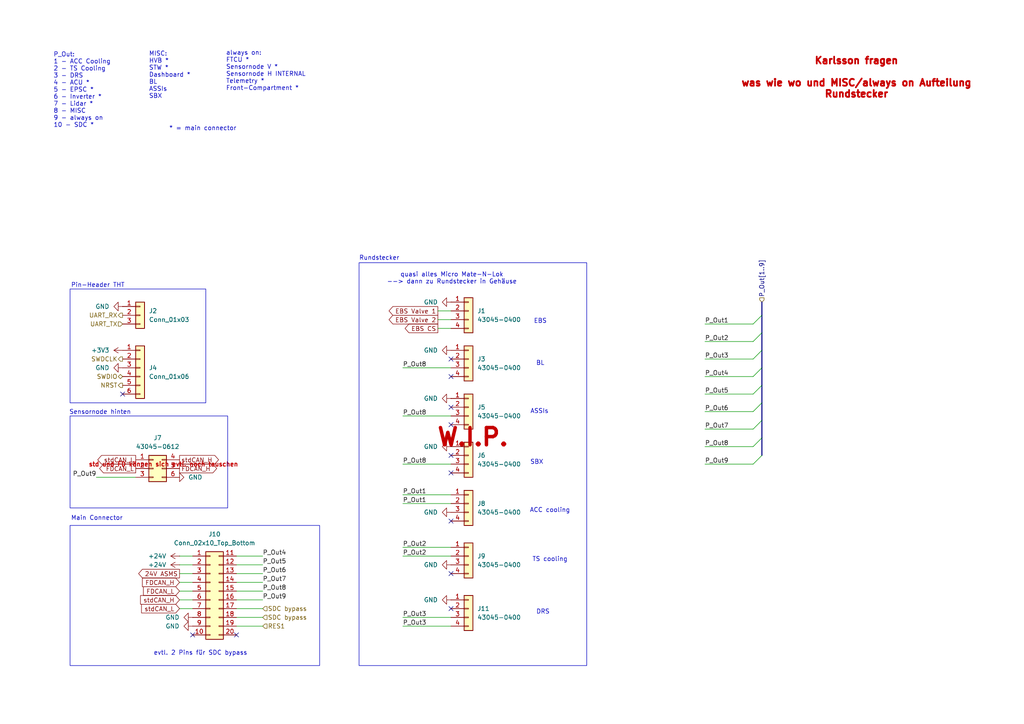
<source format=kicad_sch>
(kicad_sch (version 20231120) (generator "eeschema") (generator_version "8.0")
  (paper "A4")
  (title_block (title "PDU FT25") (date "2024-11-23") (rev "V1.1") (company "Janek Herm") (comment 1 "FaSTTUBe Electronics"))
  (lib_symbols
    (symbol "Connector_Generic:Conn_01x03" (pin_names (offset 1.016) hide)
      (property "Reference" "J" (at 0 5.08 0))
      (property "Value" "Conn_01x03" (at 0 -5.08 0))
      (symbol "Conn_01x03_1_1"
        (rectangle (start -1.27 -2.413) (end 0 -2.667) (stroke (width 0.1524)))
        (rectangle (start -1.27 0.127) (end 0 -0.127) (stroke (width 0.1524)))
        (rectangle (start -1.27 2.667) (end 0 2.413) (stroke (width 0.1524)))
        (rectangle (start -1.27 3.81) (end 1.27 -3.81) (stroke (width 0.254)) (fill (type background)))
        (pin passive line (at -5.08 2.54 0) (length 3.81) (name "Pin_1") (number "1"))
        (pin passive line (at -5.08 0 0) (length 3.81) (name "Pin_2") (number "2"))
        (pin passive line (at -5.08 -2.54 0) (length 3.81) (name "Pin_3") (number "3"))
      )
    )
    (symbol "Connector_Generic:Conn_01x04" (pin_names (offset 1.016) hide)
      (property "Reference" "J" (at 0 5.08 0))
      (property "Value" "Conn_01x04" (at 0 -7.62 0))
      (symbol "Conn_01x04_1_1"
        (rectangle (start -1.27 -4.953) (end 0 -5.207) (stroke (width 0.1524)))
        (rectangle (start -1.27 -2.413) (end 0 -2.667) (stroke (width 0.1524)))
        (rectangle (start -1.27 0.127) (end 0 -0.127) (stroke (width 0.1524)))
        (rectangle (start -1.27 2.667) (end 0 2.413) (stroke (width 0.1524)))
        (rectangle (start -1.27 3.81) (end 1.27 -6.35) (stroke (width 0.254)) (fill (type background)))
        (pin passive line (at -5.08 2.54 0) (length 3.81) (name "Pin_1") (number "1"))
        (pin passive line (at -5.08 0 0) (length 3.81) (name "Pin_2") (number "2"))
        (pin passive line (at -5.08 -2.54 0) (length 3.81) (name "Pin_3") (number "3"))
        (pin passive line (at -5.08 -5.08 0) (length 3.81) (name "Pin_4") (number "4"))
      )
    )
    (symbol "Connector_Generic:Conn_01x06" (pin_names (offset 1.016) hide)
      (property "Reference" "J" (at 0 7.62 0))
      (property "Value" "Conn_01x06" (at 0 -10.16 0))
      (symbol "Conn_01x06_1_1"
        (rectangle (start -1.27 -7.493) (end 0 -7.747) (stroke (width 0.1524)))
        (rectangle (start -1.27 -4.953) (end 0 -5.207) (stroke (width 0.1524)))
        (rectangle (start -1.27 -2.413) (end 0 -2.667) (stroke (width 0.1524)))
        (rectangle (start -1.27 0.127) (end 0 -0.127) (stroke (width 0.1524)))
        (rectangle (start -1.27 2.667) (end 0 2.413) (stroke (width 0.1524)))
        (rectangle (start -1.27 5.207) (end 0 4.953) (stroke (width 0.1524)))
        (rectangle (start -1.27 6.35) (end 1.27 -8.89) (stroke (width 0.254)) (fill (type background)))
        (pin passive line (at -5.08 5.08 0) (length 3.81) (name "Pin_1") (number "1"))
        (pin passive line (at -5.08 2.54 0) (length 3.81) (name "Pin_2") (number "2"))
        (pin passive line (at -5.08 0 0) (length 3.81) (name "Pin_3") (number "3"))
        (pin passive line (at -5.08 -2.54 0) (length 3.81) (name "Pin_4") (number "4"))
        (pin passive line (at -5.08 -5.08 0) (length 3.81) (name "Pin_5") (number "5"))
        (pin passive line (at -5.08 -7.62 0) (length 3.81) (name "Pin_6") (number "6"))
      )
    )
    (symbol "Connector_Generic:Conn_02x03_Top_Bottom" (pin_names (offset 1.016) hide)
      (property "Reference" "J" (at 1.27 5.08 0))
      (property "Value" "Conn_02x03_Top_Bottom" (at 1.27 -5.08 0))
      (symbol "Conn_02x03_Top_Bottom_1_1"
        (rectangle (start -1.27 -2.413) (end 0 -2.667) (stroke (width 0.1524)))
        (rectangle (start -1.27 0.127) (end 0 -0.127) (stroke (width 0.1524)))
        (rectangle (start -1.27 2.667) (end 0 2.413) (stroke (width 0.1524)))
        (rectangle (start -1.27 3.81) (end 3.81 -3.81) (stroke (width 0.254)) (fill (type background)))
        (rectangle (start 3.81 -2.413) (end 2.54 -2.667) (stroke (width 0.1524)))
        (rectangle (start 3.81 0.127) (end 2.54 -0.127) (stroke (width 0.1524)))
        (rectangle (start 3.81 2.667) (end 2.54 2.413) (stroke (width 0.1524)))
        (pin passive line (at -5.08 2.54 0) (length 3.81) (name "Pin_1") (number "1"))
        (pin passive line (at -5.08 0 0) (length 3.81) (name "Pin_2") (number "2"))
        (pin passive line (at -5.08 -2.54 0) (length 3.81) (name "Pin_3") (number "3"))
        (pin passive line (at 7.62 2.54 180) (length 3.81) (name "Pin_4") (number "4"))
        (pin passive line (at 7.62 0 180) (length 3.81) (name "Pin_5") (number "5"))
        (pin passive line (at 7.62 -2.54 180) (length 3.81) (name "Pin_6") (number "6"))
      )
    )
    (symbol "Connector_Generic:Conn_02x10_Top_Bottom" (pin_names (offset 1.016) hide)
      (property "Reference" "J" (at 1.27 12.7 0))
      (property "Value" "Conn_02x10_Top_Bottom" (at 1.27 -15.24 0))
      (symbol "Conn_02x10_Top_Bottom_1_1"
        (rectangle (start -1.27 -12.573) (end 0 -12.827) (stroke (width 0.1524)))
        (rectangle (start -1.27 -10.033) (end 0 -10.287) (stroke (width 0.1524)))
        (rectangle (start -1.27 -7.493) (end 0 -7.747) (stroke (width 0.1524)))
        (rectangle (start -1.27 -4.953) (end 0 -5.207) (stroke (width 0.1524)))
        (rectangle (start -1.27 -2.413) (end 0 -2.667) (stroke (width 0.1524)))
        (rectangle (start -1.27 0.127) (end 0 -0.127) (stroke (width 0.1524)))
        (rectangle (start -1.27 2.667) (end 0 2.413) (stroke (width 0.1524)))
        (rectangle (start -1.27 5.207) (end 0 4.953) (stroke (width 0.1524)))
        (rectangle (start -1.27 7.747) (end 0 7.493) (stroke (width 0.1524)))
        (rectangle (start -1.27 10.287) (end 0 10.033) (stroke (width 0.1524)))
        (rectangle (start -1.27 11.43) (end 3.81 -13.97) (stroke (width 0.254)) (fill (type background)))
        (rectangle (start 3.81 -12.573) (end 2.54 -12.827) (stroke (width 0.1524)))
        (rectangle (start 3.81 -10.033) (end 2.54 -10.287) (stroke (width 0.1524)))
        (rectangle (start 3.81 -7.493) (end 2.54 -7.747) (stroke (width 0.1524)))
        (rectangle (start 3.81 -4.953) (end 2.54 -5.207) (stroke (width 0.1524)))
        (rectangle (start 3.81 -2.413) (end 2.54 -2.667) (stroke (width 0.1524)))
        (rectangle (start 3.81 0.127) (end 2.54 -0.127) (stroke (width 0.1524)))
        (rectangle (start 3.81 2.667) (end 2.54 2.413) (stroke (width 0.1524)))
        (rectangle (start 3.81 5.207) (end 2.54 4.953) (stroke (width 0.1524)))
        (rectangle (start 3.81 7.747) (end 2.54 7.493) (stroke (width 0.1524)))
        (rectangle (start 3.81 10.287) (end 2.54 10.033) (stroke (width 0.1524)))
        (pin passive line (at -5.08 10.16 0) (length 3.81) (name "Pin_1") (number "1"))
        (pin passive line (at -5.08 -12.7 0) (length 3.81) (name "Pin_10") (number "10"))
        (pin passive line (at 7.62 10.16 180) (length 3.81) (name "Pin_11") (number "11"))
        (pin passive line (at 7.62 7.62 180) (length 3.81) (name "Pin_12") (number "12"))
        (pin passive line (at 7.62 5.08 180) (length 3.81) (name "Pin_13") (number "13"))
        (pin passive line (at 7.62 2.54 180) (length 3.81) (name "Pin_14") (number "14"))
        (pin passive line (at 7.62 0 180) (length 3.81) (name "Pin_15") (number "15"))
        (pin passive line (at 7.62 -2.54 180) (length 3.81) (name "Pin_16") (number "16"))
        (pin passive line (at 7.62 -5.08 180) (length 3.81) (name "Pin_17") (number "17"))
        (pin passive line (at 7.62 -7.62 180) (length 3.81) (name "Pin_18") (number "18"))
        (pin passive line (at 7.62 -10.16 180) (length 3.81) (name "Pin_19") (number "19"))
        (pin passive line (at -5.08 7.62 0) (length 3.81) (name "Pin_2") (number "2"))
        (pin passive line (at 7.62 -12.7 180) (length 3.81) (name "Pin_20") (number "20"))
        (pin passive line (at -5.08 5.08 0) (length 3.81) (name "Pin_3") (number "3"))
        (pin passive line (at -5.08 2.54 0) (length 3.81) (name "Pin_4") (number "4"))
        (pin passive line (at -5.08 0 0) (length 3.81) (name "Pin_5") (number "5"))
        (pin passive line (at -5.08 -2.54 0) (length 3.81) (name "Pin_6") (number "6"))
        (pin passive line (at -5.08 -5.08 0) (length 3.81) (name "Pin_7") (number "7"))
        (pin passive line (at -5.08 -7.62 0) (length 3.81) (name "Pin_8") (number "8"))
        (pin passive line (at -5.08 -10.16 0) (length 3.81) (name "Pin_9") (number "9"))
      )
    )
    (symbol "power:+24V" (power) (pin_numbers hide) (pin_names (offset 0) hide)
      (property "Value" "+24V" (at 0 3.556 0))
      (symbol "+24V_0_1"
        (polyline (pts (xy -0.762 1.27) (xy 0 2.54)))
        (polyline (pts (xy 0 0) (xy 0 2.54)))
        (polyline (pts (xy 0 2.54) (xy 0.762 1.27)))
      )
      (symbol "+24V_1_1"
        (pin power_in line (at 0 0 90) (length 0) (name "~") (number "1"))
      )
    )
    (symbol "power:+3.3V" (power) (pin_numbers hide) (pin_names (offset 0) hide)
      (property "Value" "+3.3V" (at 0 3.556 0))
      (symbol "+3.3V_0_1"
        (polyline (pts (xy -0.762 1.27) (xy 0 2.54)))
        (polyline (pts (xy 0 0) (xy 0 2.54)))
        (polyline (pts (xy 0 2.54) (xy 0.762 1.27)))
      )
      (symbol "+3.3V_1_1"
        (pin power_in line (at 0 0 90) (length 0) (name "~") (number "1"))
      )
    )
    (symbol "power:GND" (power) (pin_numbers hide) (pin_names (offset 0) hide)
      (property "Value" "GND" (at 0 -3.81 0))
      (symbol "GND_0_1"
        (polyline (pts (xy 0 0) (xy 0 -1.27) (xy 1.27 -1.27) (xy 0 -2.54) (xy -1.27 -1.27) (xy 0 -1.27)))
      )
      (symbol "GND_1_1"
        (pin power_in line (at 0 0 270) (length 0) (name "~") (number "1"))
      )
    )
  )
  (no_connect (at 130.81 132.08))
  (no_connect (at 130.81 109.22))
  (no_connect (at 130.81 104.14))
  (no_connect (at 35.56 114.3))
  (no_connect (at 130.81 176.53))
  (no_connect (at 130.81 118.11))
  (no_connect (at 130.81 137.16))
  (no_connect (at 130.81 151.13))
  (no_connect (at 130.81 166.37))
  (no_connect (at 55.88 184.15))
  (no_connect (at 68.58 184.15))
  (no_connect (at 130.81 123.19))
  (bus_entry (at 218.44 109.22) (size 2.54 -2.54))
  (bus_entry (at 218.44 99.06) (size 2.54 -2.54))
  (bus_entry (at 218.44 129.54) (size 2.54 -2.54))
  (bus_entry (at 218.44 134.62) (size 2.54 -2.54))
  (bus_entry (at 218.44 119.38) (size 2.54 -2.54))
  (bus_entry (at 218.44 93.98) (size 2.54 -2.54))
  (bus_entry (at 218.44 114.3) (size 2.54 -2.54))
  (bus_entry (at 218.44 104.14) (size 2.54 -2.54))
  (bus_entry (at 218.44 124.46) (size 2.54 -2.54))
  (wire (pts (xy 116.84 146.05) (xy 130.81 146.05)))
  (bus (pts (xy 220.98 121.92) (xy 220.98 127)))
  (wire (pts (xy 52.07 161.29) (xy 55.88 161.29)))
  (bus (pts (xy 220.98 127) (xy 220.98 132.08)))
  (wire (pts (xy 116.84 161.29) (xy 130.81 161.29)))
  (wire (pts (xy 204.47 134.62) (xy 218.44 134.62)))
  (wire (pts (xy 52.07 176.53) (xy 55.88 176.53)))
  (wire (pts (xy 127 95.25) (xy 130.81 95.25)))
  (wire (pts (xy 68.58 166.37) (xy 76.2 166.37)))
  (wire (pts (xy 204.47 129.54) (xy 218.44 129.54)))
  (bus (pts (xy 220.98 116.84) (xy 220.98 121.92)))
  (wire (pts (xy 204.47 119.38) (xy 218.44 119.38)))
  (wire (pts (xy 204.47 114.3) (xy 218.44 114.3)))
  (bus (pts (xy 220.98 101.6) (xy 220.98 106.68)))
  (wire (pts (xy 204.47 99.06) (xy 218.44 99.06)))
  (wire (pts (xy 204.47 124.46) (xy 218.44 124.46)))
  (wire (pts (xy 116.84 181.61) (xy 130.81 181.61)))
  (bus (pts (xy 220.98 111.76) (xy 220.98 116.84)))
  (wire (pts (xy 68.58 179.07) (xy 76.2 179.07)))
  (wire (pts (xy 116.84 143.51) (xy 130.81 143.51)))
  (wire (pts (xy 204.47 109.22) (xy 218.44 109.22)))
  (wire (pts (xy 116.84 179.07) (xy 130.81 179.07)))
  (wire (pts (xy 52.07 163.83) (xy 55.88 163.83)))
  (wire (pts (xy 68.58 171.45) (xy 76.2 171.45)))
  (bus (pts (xy 220.98 87.63) (xy 220.98 91.44)))
  (wire (pts (xy 52.07 166.37) (xy 55.88 166.37)))
  (bus (pts (xy 220.98 91.44) (xy 220.98 96.52)))
  (wire (pts (xy 204.47 104.14) (xy 218.44 104.14)))
  (wire (pts (xy 130.81 134.62) (xy 116.84 134.62)))
  (wire (pts (xy 68.58 168.91) (xy 76.2 168.91)))
  (bus (pts (xy 220.98 96.52) (xy 220.98 101.6)))
  (wire (pts (xy 68.58 163.83) (xy 76.2 163.83)))
  (wire (pts (xy 27.94 138.43) (xy 39.37 138.43)))
  (wire (pts (xy 52.07 173.99) (xy 55.88 173.99)))
  (wire (pts (xy 68.58 161.29) (xy 76.2 161.29)))
  (bus (pts (xy 220.98 106.68) (xy 220.98 111.76)))
  (wire (pts (xy 127 92.71) (xy 130.81 92.71)))
  (wire (pts (xy 127 90.17) (xy 130.81 90.17)))
  (wire (pts (xy 68.58 173.99) (xy 76.2 173.99)))
  (wire (pts (xy 52.07 171.45) (xy 55.88 171.45)))
  (wire (pts (xy 68.58 176.53) (xy 76.2 176.53)))
  (wire (pts (xy 116.84 106.68) (xy 130.81 106.68)))
  (wire (pts (xy 116.84 120.65) (xy 130.81 120.65)))
  (wire (pts (xy 204.47 93.98) (xy 218.44 93.98)))
  (wire (pts (xy 68.58 181.61) (xy 76.2 181.61)))
  (wire (pts (xy 116.84 158.75) (xy 130.81 158.75)))
  (wire (pts (xy 52.07 168.91) (xy 55.88 168.91)))
  (wire (pts (xy 50.8 138.43) (xy 52.07 138.43)))
  (rectangle (start 20.32 83.82) (end 59.69 116.84))
  (rectangle (start 104.14 76.2) (end 170.18 193.04))
  (rectangle (start 20.32 152.4) (end 92.71 193.04))
  (rectangle (start 20.32 120.65) (end 66.04 147.32))
  (text "* = main connector" (at 49.022 37.338 0) (effects (font (size 1.27 1.27)) (justify left)))
  (text "DRS" (at 157.48 177.546 0) (effects (font (size 1.27 1.27))))
  (text "ASSIs" (at 156.464 119.38 0) (effects (font (size 1.27 1.27))))
  (text "Pin-Header THT" (at 20.574 82.804 0) (effects (font (size 1.27 1.27)) (justify left)))
  (text "W.I.P." (at 137.16 127 0) (effects (font (size 5 5) (thickness 1) (bold yes))))
  (text "quasi alles Micro Mate-N-Lok\n--> dann zu Rundstecker in Gehäuse" (at 131.064 80.772 0) (effects (font (size 1.27 1.27) (thickness 0.1588))))
  (text "Sensornode hinten" (at 20.066 119.634 0) (effects (font (size 1.27 1.27)) (justify left)))
  (text "Rundstecker" (at 104.14 74.93 0) (effects (font (size 1.27 1.27)) (justify left)))
  (text "Karlsson fragen\n\nwas wie wo und MISC/always on Aufteilung\nRundstecker" (at 248.412 22.606 0) (effects (font (size 2 2) (thickness 0.7) (bold yes))))
  (text "Main Connector" (at 20.574 150.368 0) (effects (font (size 1.27 1.27)) (justify left)))
  (text "SBX" (at 155.702 134.112 0) (effects (font (size 1.27 1.27))))
  (text "evtl. 2 Pins für SDC bypass" (at 58.166 189.484 0) (effects (font (size 1.27 1.27))))
  (text "EBS" (at 156.718 93.218 0) (effects (font (size 1.27 1.27))))
  (text "MISC:\nHVB *\nSTW *\nDashboard *\nBL\nASSIs\nSBX" (at 43.18 21.844 0) (effects (font (size 1.27 1.27)) (justify left)))
  (text "TS cooling" (at 159.512 162.306 0) (effects (font (size 1.27 1.27))))
  (text "std und FD können sich evtl. noch tauschen" (at 25.654 134.874 0) (effects (font (size 1.27 1.27) (thickness 0.254) (bold yes)) (justify left)))
  (text "P_Out:\n1 - ACC Cooling \n2 - TS Cooling\n3 - DRS\n4 - ACU *\n5 - EPSC *\n6 - Inverter *\n7 - Lidar *\n8 - MISC\n9 - always on\n10 - SDC *" (at 15.494 26.162 0) (effects (font (size 1.27 1.27)) (justify left)))
  (text "BL" (at 156.718 105.41 0) (effects (font (size 1.27 1.27))))
  (text "ACC cooling" (at 159.512 148.082 0) (effects (font (size 1.27 1.27))))
  (text "always on:\nFTCU *\nSensornode V *\nSensornode H INTERNAL\nTelemetry * \nFront-Compartment *" (at 65.532 20.574 0) (effects (font (size 1.27 1.27)) (justify left)))
  (label "P_Out7" (at 76.2 168.91 0))
  (label "P_Out3" (at 204.47 104.14 0))
  (label "P_Out1" (at 204.47 93.98 0))
  (label "P_Out8" (at 204.47 129.54 0))
  (label "P_Out8" (at 116.84 120.65 0))
  (label "P_Out1" (at 116.84 143.51 0))
  (label "P_Out9" (at 204.47 134.62 0))
  (label "P_Out8" (at 116.84 106.68 0))
  (label "P_Out5" (at 204.47 114.3 0))
  (label "P_Out9" (at 76.2 173.99 0))
  (label "P_Out2" (at 204.47 99.06 0))
  (label "P_Out3" (at 116.84 181.61 0))
  (label "P_Out9" (at 27.94 138.43 180))
  (label "P_Out8" (at 76.2 171.45 0))
  (label "P_Out6" (at 76.2 166.37 0))
  (label "P_Out2" (at 116.84 161.29 0))
  (label "P_Out4" (at 76.2 161.29 0))
  (label "P_Out5" (at 76.2 163.83 0))
  (label "P_Out7" (at 204.47 124.46 0))
  (label "P_Out1" (at 116.84 146.05 0))
  (label "P_Out8" (at 116.84 134.62 0))
  (label "P_Out3" (at 116.84 179.07 0))
  (label "P_Out2" (at 116.84 158.75 0))
  (label "P_Out4" (at 204.47 109.22 0))
  (label "P_Out6" (at 204.47 119.38 0))
  (global_label "stdCAN_H" (shape output) (at 52.07 133.35 0) (property "Intersheetrefs" "${INTERSHEET_REFS}" (effects (hide yes))))
  (global_label "24V ASMS" (shape output) (at 52.07 166.37 180) (property "Intersheetrefs" "${INTERSHEET_REFS}" (effects (hide yes))))
  (global_label "FDCAN_H" (shape output) (at 52.07 135.89 0) (property "Intersheetrefs" "${INTERSHEET_REFS}" (effects (hide yes))))
  (global_label "stdCAN_L" (shape input) (at 52.07 176.53 180) (property "Intersheetrefs" "${INTERSHEET_REFS}" (effects (hide yes))))
  (global_label "FDCAN_L" (shape output) (at 39.37 135.89 180) (property "Intersheetrefs" "${INTERSHEET_REFS}" (effects (hide yes))))
  (global_label "FDCAN_L" (shape input) (at 52.07 171.45 180) (property "Intersheetrefs" "${INTERSHEET_REFS}" (effects (hide yes))))
  (global_label "stdCAN_H" (shape input) (at 52.07 173.99 180) (property "Intersheetrefs" "${INTERSHEET_REFS}" (effects (hide yes))))
  (global_label "EBS CS" (shape output) (at 127 95.25 180) (property "Intersheetrefs" "${INTERSHEET_REFS}" (effects (hide yes))))
  (global_label "EBS Valve 2" (shape output) (at 127 92.71 180) (property "Intersheetrefs" "${INTERSHEET_REFS}" (effects (hide yes))))
  (global_label "stdCAN_L" (shape output) (at 39.37 133.35 180) (property "Intersheetrefs" "${INTERSHEET_REFS}" (effects (hide yes))))
  (global_label "EBS Valve 1" (shape output) (at 127 90.17 180) (property "Intersheetrefs" "${INTERSHEET_REFS}" (effects (hide yes))))
  (global_label "FDCAN_H" (shape input) (at 52.07 168.91 180) (property "Intersheetrefs" "${INTERSHEET_REFS}" (effects (hide yes))))
  (hierarchical_label "P_Out[1..9]" (shape input) (at 220.98 87.63 90) (effects (font (thickness 0.1588))))
  (hierarchical_label "SWDIO" (shape bidirectional) (at 35.56 109.22 180) (effects (font (thickness 0.1588))))
  (hierarchical_label "RES1" (shape input) (at 76.2 181.61 0))
  (hierarchical_label "UART_TX" (shape input) (at 35.56 93.98 180))
  (hierarchical_label "SDC bypass" (shape input) (at 76.2 176.53 0))
  (hierarchical_label "NRST" (shape output) (at 35.56 111.76 180) (effects (font (thickness 0.1588))))
  (hierarchical_label "SWDCLK" (shape output) (at 35.56 104.14 180))
  (hierarchical_label "UART_RX" (shape output) (at 35.56 91.44 180))
  (hierarchical_label "SDC bypass" (shape input) (at 76.2 179.07 0))
  (symbol (lib_id "Connector_Generic:Conn_01x04") (at 135.89 90.17 0) (unit 1)
    (property "Reference" "J1" (at 138.43 90.1699 0) (effects (justify left)))
    (property "Value" "43045-0400" (at 138.43 92.7099 0) (effects (justify left)))
    (property "Footprint" "43045-0400:43045-04_00,01,02,10_" (effects (hide yes)))
    (property "Description" "Generic connector, single row, 01x04, script generated (kicad-library-utils/schlib/autogen/connector/)" (effects (hide yes)))
  )
  (symbol (lib_id "power:GND") (at 55.88 179.07 270) (unit 1)
    (property "Reference" "#PWR044" (effects (hide yes)))
    (property "Value" "GND" (at 52.07 179.0699 90) (effects (justify right)))
    (property "Description" "Power symbol creates a global label with name \"GND\" , ground" (effects (hide yes)))
  )
  (symbol (lib_id "power:GND") (at 130.81 173.99 270) (unit 1)
    (property "Reference" "#PWR043" (effects (hide yes)))
    (property "Value" "GND" (at 127 173.9899 90) (effects (justify right)))
    (property "Description" "Power symbol creates a global label with name \"GND\" , ground" (effects (hide yes)))
  )
  (symbol (lib_id "power:GND") (at 130.81 129.54 270) (unit 1)
    (property "Reference" "#PWR039" (effects (hide yes)))
    (property "Value" "GND" (at 127 129.5399 90) (effects (justify right)))
    (property "Description" "Power symbol creates a global label with name \"GND\" , ground" (effects (hide yes)))
  )
  (symbol (lib_id "power:+3.3V") (at 35.56 101.6 90) (unit 1)
    (property "Reference" "#PWR035" (effects (hide yes)))
    (property "Value" "+3V3" (at 31.75 101.5999 90) (effects (justify left)))
    (property "Description" "Power symbol creates a global label with name \"+3.3V\"" (effects (hide yes)))
  )
  (symbol (lib_id "Connector_Generic:Conn_01x04") (at 135.89 132.08 0) (unit 1)
    (property "Reference" "J6" (at 138.43 132.0799 0) (effects (justify left)))
    (property "Value" "43045-0400" (at 138.43 134.6199 0) (effects (justify left)))
    (property "Footprint" "43045-0400:43045-04_00,01,02,10_" (effects (hide yes)))
    (property "Description" "Generic connector, single row, 01x04, script generated (kicad-library-utils/schlib/autogen/connector/)" (effects (hide yes)))
  )
  (symbol (lib_id "power:+24V") (at 52.07 161.29 90) (unit 1)
    (property "Reference" "#PWR0195" (effects (hide yes)))
    (property "Value" "+24V" (at 48.26 161.2899 90) (effects (justify left)))
    (property "Description" "Power symbol creates a global label with name \"+24V\"" (effects (hide yes)))
  )
  (symbol (lib_id "power:+24V") (at 52.07 163.83 90) (unit 1)
    (property "Reference" "#PWR0196" (effects (hide yes)))
    (property "Value" "+24V" (at 48.26 163.8299 90) (effects (justify left)))
    (property "Description" "Power symbol creates a global label with name \"+24V\"" (effects (hide yes)))
  )
  (symbol (lib_id "Connector_Generic:Conn_01x04") (at 135.89 146.05 0) (unit 1)
    (property "Reference" "J8" (at 138.43 146.0499 0) (effects (justify left)))
    (property "Value" "43045-0400" (at 138.43 148.5899 0) (effects (justify left)))
    (property "Footprint" "43045-0400:43045-04_00,01,02,10_" (effects (hide yes)))
    (property "Description" "Generic connector, single row, 01x04, script generated (kicad-library-utils/schlib/autogen/connector/)" (effects (hide yes)))
  )
  (symbol (lib_id "power:GND") (at 35.56 88.9 270) (unit 1)
    (property "Reference" "#PWR034" (effects (hide yes)))
    (property "Value" "GND" (at 31.75 88.8999 90) (effects (justify right)))
    (property "Description" "Power symbol creates a global label with name \"GND\" , ground" (effects (hide yes)))
  )
  (symbol (lib_id "power:GND") (at 55.88 181.61 270) (unit 1)
    (property "Reference" "#PWR045" (effects (hide yes)))
    (property "Value" "GND" (at 52.07 181.6099 90) (effects (justify right)))
    (property "Description" "Power symbol creates a global label with name \"GND\" , ground" (effects (hide yes)))
  )
  (symbol (lib_id "power:GND") (at 130.81 101.6 270) (unit 1)
    (property "Reference" "#PWR036" (effects (hide yes)))
    (property "Value" "GND" (at 127 101.5999 90) (effects (justify right)))
    (property "Description" "Power symbol creates a global label with name \"GND\" , ground" (effects (hide yes)))
  )
  (symbol (lib_id "Connector_Generic:Conn_01x04") (at 135.89 104.14 0) (unit 1)
    (property "Reference" "J3" (at 138.43 104.1399 0) (effects (justify left)))
    (property "Value" "43045-0400" (at 138.43 106.6799 0) (effects (justify left)))
    (property "Footprint" "43045-0400:43045-04_00,01,02,10_" (effects (hide yes)))
    (property "Description" "Generic connector, single row, 01x04, script generated (kicad-library-utils/schlib/autogen/connector/)" (effects (hide yes)))
  )
  (symbol (lib_id "Connector_Generic:Conn_01x06") (at 40.64 106.68 0) (unit 1)
    (property "Reference" "J4" (at 43.18 106.6799 0) (effects (justify left)))
    (property "Value" "Conn_01x06" (at 43.18 109.2199 0) (effects (justify left)))
    (property "Footprint" "Connector_PinHeader_2.54mm:PinHeader_1x06_P2.54mm_Vertical" (effects (hide yes)))
    (property "Description" "Generic connector, single row, 01x06, script generated (kicad-library-utils/schlib/autogen/connector/)" (effects (hide yes)))
  )
  (symbol (lib_id "Connector_Generic:Conn_01x04") (at 135.89 176.53 0) (unit 1)
    (property "Reference" "J11" (at 138.43 176.5299 0) (effects (justify left)))
    (property "Value" "43045-0400" (at 138.43 179.0699 0) (effects (justify left)))
    (property "Footprint" "43045-0400:43045-04_00,01,02,10_" (effects (hide yes)))
    (property "Description" "Generic connector, single row, 01x04, script generated (kicad-library-utils/schlib/autogen/connector/)" (effects (hide yes)))
  )
  (symbol (lib_id "Connector_Generic:Conn_01x04") (at 135.89 161.29 0) (unit 1)
    (property "Reference" "J9" (at 138.43 161.2899 0) (effects (justify left)))
    (property "Value" "43045-0400" (at 138.43 163.8299 0) (effects (justify left)))
    (property "Footprint" "43045-0400:43045-04_00,01,02,10_" (effects (hide yes)))
    (property "Description" "Generic connector, single row, 01x04, script generated (kicad-library-utils/schlib/autogen/connector/)" (effects (hide yes)))
  )
  (symbol (lib_id "power:GND") (at 130.81 163.83 270) (unit 1)
    (property "Reference" "#PWR042" (effects (hide yes)))
    (property "Value" "GND" (at 127 163.8299 90) (effects (justify right)))
    (property "Description" "Power symbol creates a global label with name \"GND\" , ground" (effects (hide yes)))
  )
  (symbol (lib_id "Connector_Generic:Conn_02x03_Top_Bottom") (at 44.45 135.89 0) (unit 1)
    (property "Reference" "J7" (at 45.72 127 0))
    (property "Value" "43045-0612" (at 45.72 129.54 0))
    (property "Footprint" "Connector_Molex:Molex_Micro-Fit_3.0_43045-0612_2x03_P3.00mm_Vertical" (effects (hide yes)))
    (property "Description" "Generic connector, double row, 02x03, top/bottom pin numbering scheme (row 1: 1...pins_per_row, row2: pins_per_row+1 ... num_pins), script generated (kicad-library-utils/schlib/autogen/connector/)" (effects (hide yes)))
  )
  (symbol (lib_id "power:GND") (at 130.81 148.59 270) (unit 1)
    (property "Reference" "#PWR041" (effects (hide yes)))
    (property "Value" "GND" (at 127 148.5899 90) (effects (justify right)))
    (property "Description" "Power symbol creates a global label with name \"GND\" , ground" (effects (hide yes)))
  )
  (symbol (lib_id "power:GND") (at 130.81 87.63 270) (unit 1)
    (property "Reference" "#PWR033" (effects (hide yes)))
    (property "Value" "GND" (at 127 87.6299 90) (effects (justify right)))
    (property "Description" "Power symbol creates a global label with name \"GND\" , ground" (effects (hide yes)))
  )
  (symbol (lib_id "Connector_Generic:Conn_02x10_Top_Bottom") (at 60.96 171.45 0) (unit 1)
    (property "Reference" "J10" (at 62.23 154.94 0))
    (property "Value" "Conn_02x10_Top_Bottom" (at 62.23 157.48 0))
    (property "Footprint" "MOLEX_MX150:348302001" (effects (hide yes)))
    (property "Description" "Generic connector, double row, 02x10, top/bottom pin numbering scheme (row 1: 1...pins_per_row, row2: pins_per_row+1 ... num_pins), script generated (kicad-library-utils/schlib/autogen/connector/)" (effects (hide yes)))
  )
  (symbol (lib_id "power:GND") (at 130.81 115.57 270) (unit 1)
    (property "Reference" "#PWR038" (effects (hide yes)))
    (property "Value" "GND" (at 127 115.5699 90) (effects (justify right)))
    (property "Description" "Power symbol creates a global label with name \"GND\" , ground" (effects (hide yes)))
  )
  (symbol (lib_id "power:GND") (at 50.8 138.43 90) (unit 1)
    (property "Reference" "#PWR040" (effects (hide yes)))
    (property "Value" "GND" (at 54.61 138.4299 90) (effects (justify right)))
    (property "Description" "Power symbol creates a global label with name \"GND\" , ground" (effects (hide yes)))
  )
  (symbol (lib_id "Connector_Generic:Conn_01x03") (at 40.64 91.44 0) (unit 1)
    (property "Reference" "J2" (at 43.18 90.1699 0) (effects (justify left)))
    (property "Value" "Conn_01x03" (at 43.18 92.7099 0) (effects (justify left)))
    (property "Footprint" "Connector_PinHeader_2.54mm:PinHeader_1x03_P2.54mm_Vertical" (effects (hide yes)))
    (property "Description" "Generic connector, single row, 01x03, script generated (kicad-library-utils/schlib/autogen/connector/)" (effects (hide yes)))
  )
  (symbol (lib_id "Connector_Generic:Conn_01x04") (at 135.89 118.11 0) (unit 1)
    (property "Reference" "J5" (at 138.43 118.1099 0) (effects (justify left)))
    (property "Value" "43045-0400" (at 138.43 120.6499 0) (effects (justify left)))
    (property "Footprint" "43045-0400:43045-04_00,01,02,10_" (effects (hide yes)))
    (property "Description" "Generic connector, single row, 01x04, script generated (kicad-library-utils/schlib/autogen/connector/)" (effects (hide yes)))
  )
  (symbol (lib_id "power:GND") (at 35.56 106.68 270) (unit 1)
    (property "Reference" "#PWR037" (effects (hide yes)))
    (property "Value" "GND" (at 31.75 106.6799 90) (effects (justify right)))
    (property "Description" "Power symbol creates a global label with name \"GND\" , ground" (effects (hide yes)))
  )
)
</source>
